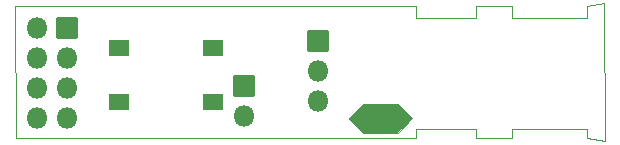
<source format=gbs>
G04 #@! TF.GenerationSoftware,KiCad,Pcbnew,6.0.7-f9a2dced07~116~ubuntu20.04.1*
G04 #@! TF.CreationDate,2022-09-06T19:45:12+02:00*
G04 #@! TF.ProjectId,wled-lion,776c6564-2d6c-4696-9f6e-2e6b69636164,rev?*
G04 #@! TF.SameCoordinates,Original*
G04 #@! TF.FileFunction,Soldermask,Bot*
G04 #@! TF.FilePolarity,Negative*
%FSLAX46Y46*%
G04 Gerber Fmt 4.6, Leading zero omitted, Abs format (unit mm)*
G04 Created by KiCad (PCBNEW 6.0.7-f9a2dced07~116~ubuntu20.04.1) date 2022-09-06 19:45:12*
%MOMM*%
%LPD*%
G01*
G04 APERTURE LIST*
G04 Aperture macros list*
%AMRoundRect*
0 Rectangle with rounded corners*
0 $1 Rounding radius*
0 $2 $3 $4 $5 $6 $7 $8 $9 X,Y pos of 4 corners*
0 Add a 4 corners polygon primitive as box body*
4,1,4,$2,$3,$4,$5,$6,$7,$8,$9,$2,$3,0*
0 Add four circle primitives for the rounded corners*
1,1,$1+$1,$2,$3*
1,1,$1+$1,$4,$5*
1,1,$1+$1,$6,$7*
1,1,$1+$1,$8,$9*
0 Add four rect primitives between the rounded corners*
20,1,$1+$1,$2,$3,$4,$5,0*
20,1,$1+$1,$4,$5,$6,$7,0*
20,1,$1+$1,$6,$7,$8,$9,0*
20,1,$1+$1,$8,$9,$2,$3,0*%
G04 Aperture macros list end*
G04 #@! TA.AperFunction,Profile*
%ADD10C,0.050000*%
G04 #@! TD*
%ADD11C,0.100000*%
%ADD12RoundRect,0.051000X-0.850000X-0.850000X0.850000X-0.850000X0.850000X0.850000X-0.850000X0.850000X0*%
%ADD13O,1.802000X1.802000*%
%ADD14RoundRect,0.051000X0.775000X0.650000X-0.775000X0.650000X-0.775000X-0.650000X0.775000X-0.650000X0*%
G04 APERTURE END LIST*
D10*
X182372000Y-84582000D02*
X148450000Y-84550000D01*
X198350000Y-84328000D02*
X198374000Y-96012000D01*
X190500000Y-85598000D02*
X196850000Y-85598000D01*
X190500000Y-94996000D02*
X196850000Y-94996000D01*
X182372000Y-95758000D02*
X182372000Y-94996000D01*
X148450000Y-84550000D02*
X148500000Y-95758000D01*
X187452000Y-94996000D02*
X187452000Y-95758000D01*
X190500000Y-84582000D02*
X190500000Y-85598000D01*
X182372000Y-85598000D02*
X187452000Y-85598000D01*
X187452000Y-95758000D02*
X190500000Y-95758000D01*
X182372000Y-85598000D02*
X182372000Y-84582000D01*
X187452000Y-85598000D02*
X187452000Y-84582000D01*
X198350000Y-84328000D02*
X196850000Y-84582000D01*
X196850000Y-94996000D02*
X196850000Y-95758000D01*
X187452000Y-84582000D02*
X190500000Y-84582000D01*
X196850000Y-95758000D02*
X198374000Y-96012000D01*
X182372000Y-94996000D02*
X187452000Y-94996000D01*
X190500000Y-95758000D02*
X190500000Y-94996000D01*
X196850000Y-84582000D02*
X196850000Y-85598000D01*
X148500000Y-95758000D02*
X182372000Y-95758000D01*
G36*
X182025000Y-94075000D02*
G01*
X180850000Y-95300000D01*
X177900000Y-95300000D01*
X176725000Y-94125000D01*
X177900000Y-92900000D01*
X180850000Y-92900000D01*
X182025000Y-94075000D01*
G37*
D11*
X182025000Y-94075000D02*
X180850000Y-95300000D01*
X177900000Y-95300000D01*
X176725000Y-94125000D01*
X177900000Y-92900000D01*
X180850000Y-92900000D01*
X182025000Y-94075000D01*
D10*
X182372000Y-84582000D02*
X148450000Y-84550000D01*
X198350000Y-84328000D02*
X198374000Y-96012000D01*
X190500000Y-85598000D02*
X196850000Y-85598000D01*
X190500000Y-94996000D02*
X196850000Y-94996000D01*
X182372000Y-95758000D02*
X182372000Y-94996000D01*
X148450000Y-84550000D02*
X148500000Y-95758000D01*
X187452000Y-94996000D02*
X187452000Y-95758000D01*
X190500000Y-84582000D02*
X190500000Y-85598000D01*
X182372000Y-85598000D02*
X187452000Y-85598000D01*
X187452000Y-95758000D02*
X190500000Y-95758000D01*
X182372000Y-85598000D02*
X182372000Y-84582000D01*
X187452000Y-85598000D02*
X187452000Y-84582000D01*
X198350000Y-84328000D02*
X196850000Y-84582000D01*
X196850000Y-94996000D02*
X196850000Y-95758000D01*
X187452000Y-84582000D02*
X190500000Y-84582000D01*
X196850000Y-95758000D02*
X198374000Y-96012000D01*
X182372000Y-94996000D02*
X187452000Y-94996000D01*
X190500000Y-95758000D02*
X190500000Y-94996000D01*
X196850000Y-84582000D02*
X196850000Y-85598000D01*
X148500000Y-95758000D02*
X182372000Y-95758000D01*
G36*
X182025000Y-94075000D02*
G01*
X180850000Y-95300000D01*
X177900000Y-95300000D01*
X176725000Y-94125000D01*
X177900000Y-92900000D01*
X180850000Y-92900000D01*
X182025000Y-94075000D01*
G37*
D11*
X182025000Y-94075000D02*
X180850000Y-95300000D01*
X177900000Y-95300000D01*
X176725000Y-94125000D01*
X177900000Y-92900000D01*
X180850000Y-92900000D01*
X182025000Y-94075000D01*
D12*
X152850000Y-86400000D03*
D13*
X150310000Y-86400000D03*
X152850000Y-88940000D03*
X150310000Y-88940000D03*
X152850000Y-91480000D03*
X150310000Y-91480000D03*
X152850000Y-94020000D03*
X150310000Y-94020000D03*
D12*
X174100000Y-87550000D03*
D13*
X174100000Y-90090000D03*
X174100000Y-92630000D03*
D12*
X167850000Y-91350000D03*
D13*
X167850000Y-93890000D03*
D14*
X165239000Y-88148000D03*
X157289000Y-88148000D03*
X157289000Y-92648000D03*
X165239000Y-92648000D03*
M02*

</source>
